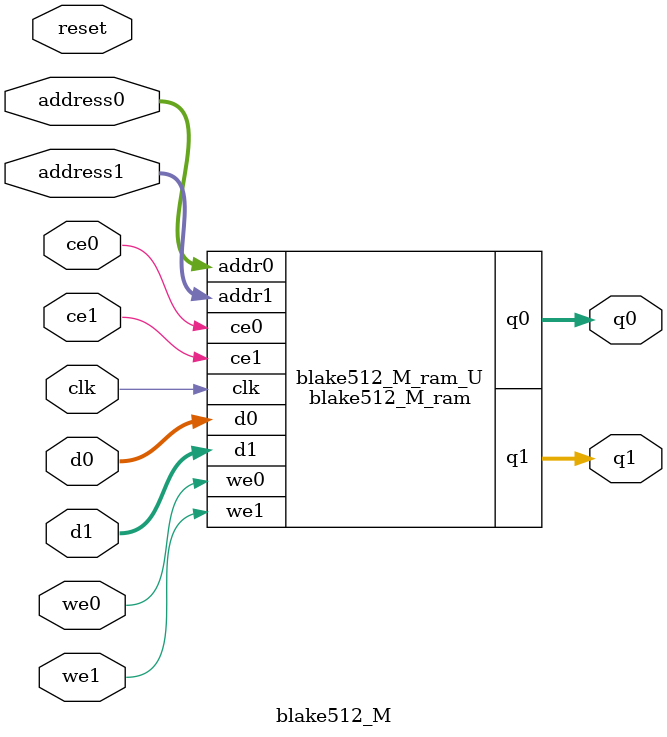
<source format=v>

`timescale 1 ns / 1 ps
module blake512_M_ram (addr0, ce0, d0, we0, q0, addr1, ce1, d1, we1, q1,  clk);

parameter DWIDTH = 64;
parameter AWIDTH = 4;
parameter MEM_SIZE = 16;

input[AWIDTH-1:0] addr0;
input ce0;
input[DWIDTH-1:0] d0;
input we0;
output reg[DWIDTH-1:0] q0;
input[AWIDTH-1:0] addr1;
input ce1;
input[DWIDTH-1:0] d1;
input we1;
output reg[DWIDTH-1:0] q1;
input clk;

(* ram_style = "block" *)reg [DWIDTH-1:0] ram[0:MEM_SIZE-1];




always @(posedge clk)  
begin 
    if (ce0) 
    begin
        if (we0) 
        begin 
            ram[addr0] <= d0; 
            q0 <= d0;
        end 
        else 
            q0 <= ram[addr0];
    end
end


always @(posedge clk)  
begin 
    if (ce1) 
    begin
        if (we1) 
        begin 
            ram[addr1] <= d1; 
            q1 <= d1;
        end 
        else 
            q1 <= ram[addr1];
    end
end


endmodule


`timescale 1 ns / 1 ps
module blake512_M(
    reset,
    clk,
    address0,
    ce0,
    we0,
    d0,
    q0,
    address1,
    ce1,
    we1,
    d1,
    q1);

parameter DataWidth = 32'd64;
parameter AddressRange = 32'd16;
parameter AddressWidth = 32'd4;
input reset;
input clk;
input[AddressWidth - 1:0] address0;
input ce0;
input we0;
input[DataWidth - 1:0] d0;
output[DataWidth - 1:0] q0;
input[AddressWidth - 1:0] address1;
input ce1;
input we1;
input[DataWidth - 1:0] d1;
output[DataWidth - 1:0] q1;



blake512_M_ram blake512_M_ram_U(
    .clk( clk ),
    .addr0( address0 ),
    .ce0( ce0 ),
    .d0( d0 ),
    .we0( we0 ),
    .q0( q0 ),
    .addr1( address1 ),
    .ce1( ce1 ),
    .d1( d1 ),
    .we1( we1 ),
    .q1( q1 ));

endmodule


</source>
